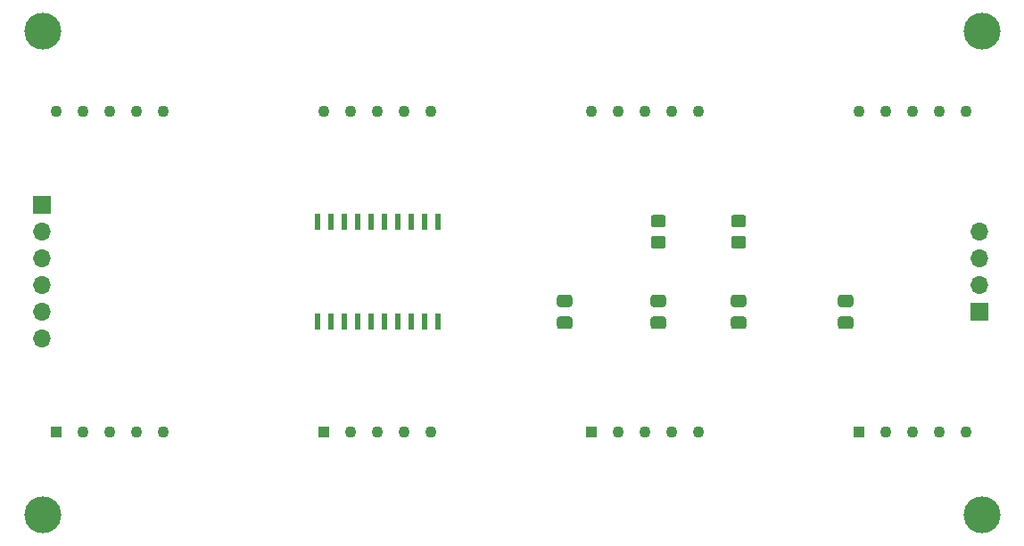
<source format=gbr>
G04 #@! TF.GenerationSoftware,KiCad,Pcbnew,6.0.7*
G04 #@! TF.CreationDate,2022-09-18T12:33:00+10:00*
G04 #@! TF.ProjectId,inchdigits,696e6368-6469-4676-9974-732e6b696361,1*
G04 #@! TF.SameCoordinates,Original*
G04 #@! TF.FileFunction,Soldermask,Bot*
G04 #@! TF.FilePolarity,Negative*
%FSLAX46Y46*%
G04 Gerber Fmt 4.6, Leading zero omitted, Abs format (unit mm)*
G04 Created by KiCad (PCBNEW 6.0.7) date 2022-09-18 12:33:00*
%MOMM*%
%LPD*%
G01*
G04 APERTURE LIST*
%ADD10R,1.100000X1.100000*%
%ADD11C,1.100000*%
%ADD12C,3.500000*%
%ADD13R,1.700000X1.700000*%
%ADD14O,1.700000X1.700000*%
%ADD15R,0.600000X1.500000*%
G04 APERTURE END LIST*
D10*
X97790000Y-114300000D03*
D11*
X100330000Y-114300000D03*
X102870000Y-114300000D03*
X105410000Y-114300000D03*
X107950000Y-114300000D03*
X107950000Y-83820000D03*
X105410000Y-83820000D03*
X102870000Y-83820000D03*
X100330000Y-83820000D03*
X97790000Y-83820000D03*
D10*
X123190000Y-114300000D03*
D11*
X125730000Y-114300000D03*
X128270000Y-114300000D03*
X130810000Y-114300000D03*
X133350000Y-114300000D03*
X133350000Y-83820000D03*
X130810000Y-83820000D03*
X128270000Y-83820000D03*
X125730000Y-83820000D03*
X123190000Y-83820000D03*
D10*
X173990000Y-114300000D03*
D11*
X176530000Y-114300000D03*
X179070000Y-114300000D03*
X181610000Y-114300000D03*
X184150000Y-114300000D03*
X184150000Y-83820000D03*
X181610000Y-83820000D03*
X179070000Y-83820000D03*
X176530000Y-83820000D03*
X173990000Y-83820000D03*
D12*
X96520000Y-76200000D03*
X185637900Y-76200000D03*
X96520000Y-122137900D03*
X185637900Y-122137900D03*
D10*
X148590000Y-114300000D03*
D11*
X151130000Y-114300000D03*
X153670000Y-114300000D03*
X156210000Y-114300000D03*
X158750000Y-114300000D03*
X158750000Y-83820000D03*
X156210000Y-83820000D03*
X153670000Y-83820000D03*
X151130000Y-83820000D03*
X148590000Y-83820000D03*
G36*
G01*
X172245000Y-101245000D02*
X173195000Y-101245000D01*
G75*
G02*
X173445000Y-101495000I0J-250000D01*
G01*
X173445000Y-102170000D01*
G75*
G02*
X173195000Y-102420000I-250000J0D01*
G01*
X172245000Y-102420000D01*
G75*
G02*
X171995000Y-102170000I0J250000D01*
G01*
X171995000Y-101495000D01*
G75*
G02*
X172245000Y-101245000I250000J0D01*
G01*
G37*
G36*
G01*
X172245000Y-103320000D02*
X173195000Y-103320000D01*
G75*
G02*
X173445000Y-103570000I0J-250000D01*
G01*
X173445000Y-104245000D01*
G75*
G02*
X173195000Y-104495000I-250000J0D01*
G01*
X172245000Y-104495000D01*
G75*
G02*
X171995000Y-104245000I0J250000D01*
G01*
X171995000Y-103570000D01*
G75*
G02*
X172245000Y-103320000I250000J0D01*
G01*
G37*
G36*
G01*
X162085000Y-101245000D02*
X163035000Y-101245000D01*
G75*
G02*
X163285000Y-101495000I0J-250000D01*
G01*
X163285000Y-102170000D01*
G75*
G02*
X163035000Y-102420000I-250000J0D01*
G01*
X162085000Y-102420000D01*
G75*
G02*
X161835000Y-102170000I0J250000D01*
G01*
X161835000Y-101495000D01*
G75*
G02*
X162085000Y-101245000I250000J0D01*
G01*
G37*
G36*
G01*
X162085000Y-103320000D02*
X163035000Y-103320000D01*
G75*
G02*
X163285000Y-103570000I0J-250000D01*
G01*
X163285000Y-104245000D01*
G75*
G02*
X163035000Y-104495000I-250000J0D01*
G01*
X162085000Y-104495000D01*
G75*
G02*
X161835000Y-104245000I0J250000D01*
G01*
X161835000Y-103570000D01*
G75*
G02*
X162085000Y-103320000I250000J0D01*
G01*
G37*
D13*
X185420000Y-102860000D03*
D14*
X185420000Y-100320000D03*
X185420000Y-97780000D03*
X185420000Y-95240000D03*
G36*
G01*
X154490000Y-93650000D02*
X155390000Y-93650000D01*
G75*
G02*
X155640000Y-93900000I0J-250000D01*
G01*
X155640000Y-94600000D01*
G75*
G02*
X155390000Y-94850000I-250000J0D01*
G01*
X154490000Y-94850000D01*
G75*
G02*
X154240000Y-94600000I0J250000D01*
G01*
X154240000Y-93900000D01*
G75*
G02*
X154490000Y-93650000I250000J0D01*
G01*
G37*
G36*
G01*
X154490000Y-95650000D02*
X155390000Y-95650000D01*
G75*
G02*
X155640000Y-95900000I0J-250000D01*
G01*
X155640000Y-96600000D01*
G75*
G02*
X155390000Y-96850000I-250000J0D01*
G01*
X154490000Y-96850000D01*
G75*
G02*
X154240000Y-96600000I0J250000D01*
G01*
X154240000Y-95900000D01*
G75*
G02*
X154490000Y-95650000I250000J0D01*
G01*
G37*
G36*
G01*
X162110000Y-93650000D02*
X163010000Y-93650000D01*
G75*
G02*
X163260000Y-93900000I0J-250000D01*
G01*
X163260000Y-94600000D01*
G75*
G02*
X163010000Y-94850000I-250000J0D01*
G01*
X162110000Y-94850000D01*
G75*
G02*
X161860000Y-94600000I0J250000D01*
G01*
X161860000Y-93900000D01*
G75*
G02*
X162110000Y-93650000I250000J0D01*
G01*
G37*
G36*
G01*
X162110000Y-95650000D02*
X163010000Y-95650000D01*
G75*
G02*
X163260000Y-95900000I0J-250000D01*
G01*
X163260000Y-96600000D01*
G75*
G02*
X163010000Y-96850000I-250000J0D01*
G01*
X162110000Y-96850000D01*
G75*
G02*
X161860000Y-96600000I0J250000D01*
G01*
X161860000Y-95900000D01*
G75*
G02*
X162110000Y-95650000I250000J0D01*
G01*
G37*
D15*
X133985000Y-103810000D03*
X132715000Y-103810000D03*
X131445000Y-103810000D03*
X130175000Y-103810000D03*
X128905000Y-103810000D03*
X127635000Y-103810000D03*
X126365000Y-103810000D03*
X125095000Y-103810000D03*
X123825000Y-103810000D03*
X122555000Y-103810000D03*
X122555000Y-94310000D03*
X123825000Y-94310000D03*
X125095000Y-94310000D03*
X126365000Y-94310000D03*
X127635000Y-94310000D03*
X128905000Y-94310000D03*
X130175000Y-94310000D03*
X131445000Y-94310000D03*
X132715000Y-94310000D03*
X133985000Y-94310000D03*
G36*
G01*
X145575000Y-101245000D02*
X146525000Y-101245000D01*
G75*
G02*
X146775000Y-101495000I0J-250000D01*
G01*
X146775000Y-102170000D01*
G75*
G02*
X146525000Y-102420000I-250000J0D01*
G01*
X145575000Y-102420000D01*
G75*
G02*
X145325000Y-102170000I0J250000D01*
G01*
X145325000Y-101495000D01*
G75*
G02*
X145575000Y-101245000I250000J0D01*
G01*
G37*
G36*
G01*
X145575000Y-103320000D02*
X146525000Y-103320000D01*
G75*
G02*
X146775000Y-103570000I0J-250000D01*
G01*
X146775000Y-104245000D01*
G75*
G02*
X146525000Y-104495000I-250000J0D01*
G01*
X145575000Y-104495000D01*
G75*
G02*
X145325000Y-104245000I0J250000D01*
G01*
X145325000Y-103570000D01*
G75*
G02*
X145575000Y-103320000I250000J0D01*
G01*
G37*
G36*
G01*
X154465000Y-101245000D02*
X155415000Y-101245000D01*
G75*
G02*
X155665000Y-101495000I0J-250000D01*
G01*
X155665000Y-102170000D01*
G75*
G02*
X155415000Y-102420000I-250000J0D01*
G01*
X154465000Y-102420000D01*
G75*
G02*
X154215000Y-102170000I0J250000D01*
G01*
X154215000Y-101495000D01*
G75*
G02*
X154465000Y-101245000I250000J0D01*
G01*
G37*
G36*
G01*
X154465000Y-103320000D02*
X155415000Y-103320000D01*
G75*
G02*
X155665000Y-103570000I0J-250000D01*
G01*
X155665000Y-104245000D01*
G75*
G02*
X155415000Y-104495000I-250000J0D01*
G01*
X154465000Y-104495000D01*
G75*
G02*
X154215000Y-104245000I0J250000D01*
G01*
X154215000Y-103570000D01*
G75*
G02*
X154465000Y-103320000I250000J0D01*
G01*
G37*
D13*
X96450000Y-92710000D03*
D14*
X96450000Y-95250000D03*
X96450000Y-97790000D03*
X96450000Y-100330000D03*
X96450000Y-102870000D03*
X96450000Y-105410000D03*
M02*

</source>
